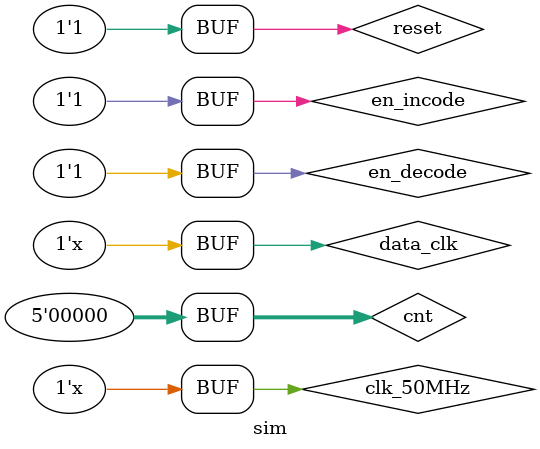
<source format=v>
`timescale 1ns / 1ps


module sim();

reg                 clk_50MHz;
reg                 data_clk; //1MHz
reg                 org_data;
reg                 reset;
reg[15:0]           data;
reg                 en_incode;
reg                 en_decode;
reg[4:0]            cnt;

wire                coding_data;
wire                decode_data;
wire                decode_data_clk;

initial begin
    clk_50MHz = 0;
    reset = 1;
    org_data  = 0;
    data_clk = 0;
    en_incode = 0;
    en_decode = 0;
    data = 16'b0011_1010_0001_1110;
    cnt = 5'd0;
    #20
    reset = 0;
    #20
    reset = 1;
    en_incode = 1;
    #300
    en_decode = 1;
end

always #10   clk_50MHz = ~clk_50MHz;
always #500  data_clk = ~data_clk;
always @(negedge data_clk) begin
        org_data <= data[0];
        data <= data >> 1;
end

top u1(
//input
.board_clk(clk_50MHz),
.data_clk(data_clk),
.board_reset(reset),
.org_data(org_data),
.en_incode(en_incode),
.en_decode(en_decode),
//output
.coding_data(coding_data),
.decoding_data(decode_data),
.decoding_data_clk(decode_data_clk)
);


endmodule

</source>
